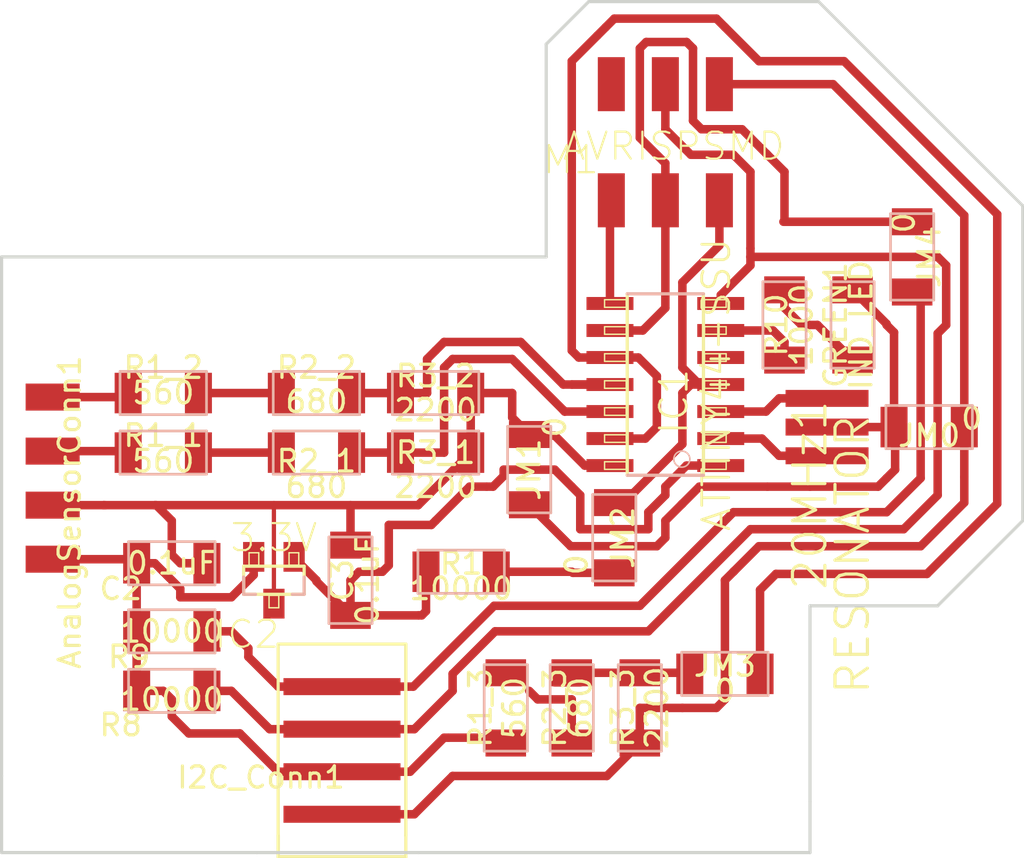
<source format=kicad_pcb>
(kicad_pcb (version 4) (host pcbnew 4.0.7)

  (general
    (links 54)
    (no_connects 5)
    (area 131.524999 81.124999 179.675001 121.675001)
    (thickness 1.6)
    (drawings 16)
    (tracks 264)
    (zones 0)
    (modules 27)
    (nets 23)
  )

  (page A4)
  (layers
    (0 F.Cu signal)
    (31 B.Cu signal)
    (32 B.Adhes user)
    (33 F.Adhes user)
    (34 B.Paste user)
    (35 F.Paste user)
    (36 B.SilkS user)
    (37 F.SilkS user)
    (38 B.Mask user)
    (39 F.Mask user)
    (40 Dwgs.User user)
    (41 Cmts.User user)
    (42 Eco1.User user)
    (43 Eco2.User user)
    (44 Edge.Cuts user)
    (45 Margin user)
    (46 B.CrtYd user)
    (47 F.CrtYd user)
    (48 B.Fab user)
    (49 F.Fab user)
  )

  (setup
    (last_trace_width 0.4)
    (user_trace_width 0.2)
    (user_trace_width 0.4)
    (trace_clearance 0.2)
    (zone_clearance 0.508)
    (zone_45_only no)
    (trace_min 0.2)
    (segment_width 0.2)
    (edge_width 0.15)
    (via_size 0.6)
    (via_drill 0.4)
    (via_min_size 0.3)
    (via_min_drill 0.3)
    (uvia_size 0.3)
    (uvia_drill 0.1)
    (uvias_allowed no)
    (uvia_min_size 0.2)
    (uvia_min_drill 0.1)
    (pcb_text_width 0.3)
    (pcb_text_size 1.5 1.5)
    (mod_edge_width 0.15)
    (mod_text_size 1 1)
    (mod_text_width 0.15)
    (pad_size 1.524 1.524)
    (pad_drill 0.762)
    (pad_to_mask_clearance 0.2)
    (aux_axis_origin 0 0)
    (visible_elements FFFFFF7F)
    (pcbplotparams
      (layerselection 0x00030_80000001)
      (usegerberextensions false)
      (excludeedgelayer true)
      (linewidth 0.100000)
      (plotframeref false)
      (viasonmask false)
      (mode 1)
      (useauxorigin false)
      (hpglpennumber 1)
      (hpglpenspeed 20)
      (hpglpendiameter 15)
      (hpglpenoverlay 2)
      (psnegative false)
      (psa4output false)
      (plotreference true)
      (plotvalue true)
      (plotinvisibletext false)
      (padsonsilk false)
      (subtractmaskfromsilk false)
      (outputformat 1)
      (mirror false)
      (drillshape 1)
      (scaleselection 1)
      (outputdirectory ""))
  )

  (net 0 "")
  (net 1 VBUS)
  (net 2 ADC1_SENS)
  (net 3 ADC2_SENS)
  (net 4 GND)
  (net 5 SCK)
  (net 6 MOSI)
  (net 7 VCC)
  (net 8 XTAL1)
  (net 9 XTAL2)
  (net 10 RST)
  (net 11 "Net-(IC1-Pad5)")
  (net 12 MISO)
  (net 13 ADC1_ATTINY)
  (net 14 ADC2_ATTINY)
  (net 15 "Net-(M1-Pad2)")
  (net 16 "Net-(R1_1-Pad2)")
  (net 17 "Net-(R1_2-Pad2)")
  (net 18 "Net-(GREEN1-Pad1)")
  (net 19 LED_PIN)
  (net 20 VSENS_ATTINY)
  (net 21 "Net-(R1_3-Pad2)")
  (net 22 "Net-(JM2-Pad2)")

  (net_class Default "This is the default net class."
    (clearance 0.2)
    (trace_width 0.4)
    (via_dia 0.6)
    (via_drill 0.4)
    (uvia_dia 0.3)
    (uvia_drill 0.1)
    (add_net ADC1_ATTINY)
    (add_net ADC1_SENS)
    (add_net ADC2_ATTINY)
    (add_net ADC2_SENS)
    (add_net GND)
    (add_net LED_PIN)
    (add_net MISO)
    (add_net MOSI)
    (add_net "Net-(GREEN1-Pad1)")
    (add_net "Net-(IC1-Pad5)")
    (add_net "Net-(JM2-Pad2)")
    (add_net "Net-(M1-Pad2)")
    (add_net "Net-(R1_1-Pad2)")
    (add_net "Net-(R1_2-Pad2)")
    (add_net "Net-(R1_3-Pad2)")
    (add_net RST)
    (add_net SCK)
    (add_net VBUS)
    (add_net VCC)
    (add_net VSENS_ATTINY)
    (add_net XTAL1)
    (add_net XTAL2)
  )

  (net_class SMALL ""
    (clearance 0.2)
    (trace_width 0.2)
    (via_dia 0.6)
    (via_drill 0.4)
    (uvia_dia 0.3)
    (uvia_drill 0.1)
  )

  (module SMD:1X04SMD (layer F.Cu) (tedit 5ACC7415) (tstamp 5ACEC928)
    (at 134 103.6)
    (path /5ACA50C4)
    (fp_text reference AnalogSensorConn1 (at 0.8 1.6 90) (layer F.SilkS)
      (effects (font (size 1 1) (thickness 0.15)))
    )
    (fp_text value Conn_01x04_Female_SMD (at -0.8 3.2 90) (layer F.Fab)
      (effects (font (size 1 1) (thickness 0.15)))
    )
    (pad 1 smd rect (at 0 -3.81) (size 2.54 1.27) (layers F.Cu F.Paste F.Mask)
      (net 3 ADC2_SENS))
    (pad 2 smd rect (at 0 -1.27) (size 2.54 1.27) (layers F.Cu F.Paste F.Mask)
      (net 2 ADC1_SENS))
    (pad 3 smd rect (at 0 1.27) (size 2.54 1.27) (layers F.Cu F.Paste F.Mask)
      (net 4 GND))
    (pad 4 smd rect (at 0 3.81) (size 2.54 1.27) (layers F.Cu F.Paste F.Mask)
      (net 1 VBUS))
  )

  (module FabOscar:fab-SOIC14 (layer F.Cu) (tedit 5ACC7400) (tstamp 5ACEC97F)
    (at 162.8 99.2 90)
    (descr "SMALL OUTLINE PACKAGE")
    (tags "SMALL OUTLINE PACKAGE")
    (path /5ACA3A1D)
    (attr smd)
    (fp_text reference IC1 (at -0.8 0.4 270) (layer F.SilkS)
      (effects (font (size 1.27 1.27) (thickness 0.127)))
    )
    (fp_text value ATTINY44-SSU (at 0 2.4 90) (layer F.SilkS)
      (effects (font (size 1.27 1.27) (thickness 0.127)))
    )
    (fp_line (start -3.9878 -1.8415) (end -3.62966 -1.8415) (layer F.SilkS) (width 0.06604))
    (fp_line (start -3.62966 -1.8415) (end -3.62966 -2.8575) (layer F.SilkS) (width 0.06604))
    (fp_line (start -3.9878 -2.8575) (end -3.62966 -2.8575) (layer F.SilkS) (width 0.06604))
    (fp_line (start -3.9878 -1.8415) (end -3.9878 -2.8575) (layer F.SilkS) (width 0.06604))
    (fp_line (start -2.7178 -1.8415) (end -2.3622 -1.8415) (layer F.SilkS) (width 0.06604))
    (fp_line (start -2.3622 -1.8415) (end -2.3622 -2.8575) (layer F.SilkS) (width 0.06604))
    (fp_line (start -2.7178 -2.8575) (end -2.3622 -2.8575) (layer F.SilkS) (width 0.06604))
    (fp_line (start -2.7178 -1.8415) (end -2.7178 -2.8575) (layer F.SilkS) (width 0.06604))
    (fp_line (start -1.4478 -1.8415) (end -1.08966 -1.8415) (layer F.SilkS) (width 0.06604))
    (fp_line (start -1.08966 -1.8415) (end -1.08966 -2.8575) (layer F.SilkS) (width 0.06604))
    (fp_line (start -1.4478 -2.8575) (end -1.08966 -2.8575) (layer F.SilkS) (width 0.06604))
    (fp_line (start -1.4478 -1.8415) (end -1.4478 -2.8575) (layer F.SilkS) (width 0.06604))
    (fp_line (start -0.1778 -1.8415) (end 0.1778 -1.8415) (layer F.SilkS) (width 0.06604))
    (fp_line (start 0.1778 -1.8415) (end 0.1778 -2.8575) (layer F.SilkS) (width 0.06604))
    (fp_line (start -0.1778 -2.8575) (end 0.1778 -2.8575) (layer F.SilkS) (width 0.06604))
    (fp_line (start -0.1778 -1.8415) (end -0.1778 -2.8575) (layer F.SilkS) (width 0.06604))
    (fp_line (start 1.08966 -1.8415) (end 1.4478 -1.8415) (layer F.SilkS) (width 0.06604))
    (fp_line (start 1.4478 -1.8415) (end 1.4478 -2.8575) (layer F.SilkS) (width 0.06604))
    (fp_line (start 1.08966 -2.8575) (end 1.4478 -2.8575) (layer F.SilkS) (width 0.06604))
    (fp_line (start 1.08966 -1.8415) (end 1.08966 -2.8575) (layer F.SilkS) (width 0.06604))
    (fp_line (start 2.3622 -1.8415) (end 2.7178 -1.8415) (layer F.SilkS) (width 0.06604))
    (fp_line (start 2.7178 -1.8415) (end 2.7178 -2.8575) (layer F.SilkS) (width 0.06604))
    (fp_line (start 2.3622 -2.8575) (end 2.7178 -2.8575) (layer F.SilkS) (width 0.06604))
    (fp_line (start 2.3622 -1.8415) (end 2.3622 -2.8575) (layer F.SilkS) (width 0.06604))
    (fp_line (start 3.62966 -1.8415) (end 3.9878 -1.8415) (layer F.SilkS) (width 0.06604))
    (fp_line (start 3.9878 -1.8415) (end 3.9878 -2.8575) (layer F.SilkS) (width 0.06604))
    (fp_line (start 3.62966 -2.8575) (end 3.9878 -2.8575) (layer F.SilkS) (width 0.06604))
    (fp_line (start 3.62966 -1.8415) (end 3.62966 -2.8575) (layer F.SilkS) (width 0.06604))
    (fp_line (start 3.62966 2.8575) (end 3.9878 2.8575) (layer F.SilkS) (width 0.06604))
    (fp_line (start 3.9878 2.8575) (end 3.9878 1.8415) (layer F.SilkS) (width 0.06604))
    (fp_line (start 3.62966 1.8415) (end 3.9878 1.8415) (layer F.SilkS) (width 0.06604))
    (fp_line (start 3.62966 2.8575) (end 3.62966 1.8415) (layer F.SilkS) (width 0.06604))
    (fp_line (start 2.3622 2.8575) (end 2.7178 2.8575) (layer F.SilkS) (width 0.06604))
    (fp_line (start 2.7178 2.8575) (end 2.7178 1.8415) (layer F.SilkS) (width 0.06604))
    (fp_line (start 2.3622 1.8415) (end 2.7178 1.8415) (layer F.SilkS) (width 0.06604))
    (fp_line (start 2.3622 2.8575) (end 2.3622 1.8415) (layer F.SilkS) (width 0.06604))
    (fp_line (start 1.08966 2.8575) (end 1.4478 2.8575) (layer F.SilkS) (width 0.06604))
    (fp_line (start 1.4478 2.8575) (end 1.4478 1.8415) (layer F.SilkS) (width 0.06604))
    (fp_line (start 1.08966 1.8415) (end 1.4478 1.8415) (layer F.SilkS) (width 0.06604))
    (fp_line (start 1.08966 2.8575) (end 1.08966 1.8415) (layer F.SilkS) (width 0.06604))
    (fp_line (start -0.1778 2.8575) (end 0.1778 2.8575) (layer F.SilkS) (width 0.06604))
    (fp_line (start 0.1778 2.8575) (end 0.1778 1.8415) (layer F.SilkS) (width 0.06604))
    (fp_line (start -0.1778 1.8415) (end 0.1778 1.8415) (layer F.SilkS) (width 0.06604))
    (fp_line (start -0.1778 2.8575) (end -0.1778 1.8415) (layer F.SilkS) (width 0.06604))
    (fp_line (start -1.4478 2.8575) (end -1.08966 2.8575) (layer F.SilkS) (width 0.06604))
    (fp_line (start -1.08966 2.8575) (end -1.08966 1.8415) (layer F.SilkS) (width 0.06604))
    (fp_line (start -1.4478 1.8415) (end -1.08966 1.8415) (layer F.SilkS) (width 0.06604))
    (fp_line (start -1.4478 2.8575) (end -1.4478 1.8415) (layer F.SilkS) (width 0.06604))
    (fp_line (start -2.7178 2.8575) (end -2.3622 2.8575) (layer F.SilkS) (width 0.06604))
    (fp_line (start -2.3622 2.8575) (end -2.3622 1.8415) (layer F.SilkS) (width 0.06604))
    (fp_line (start -2.7178 1.8415) (end -2.3622 1.8415) (layer F.SilkS) (width 0.06604))
    (fp_line (start -2.7178 2.8575) (end -2.7178 1.8415) (layer F.SilkS) (width 0.06604))
    (fp_line (start -3.9878 2.8575) (end -3.62966 2.8575) (layer F.SilkS) (width 0.06604))
    (fp_line (start -3.62966 2.8575) (end -3.62966 1.8415) (layer F.SilkS) (width 0.06604))
    (fp_line (start -3.9878 1.8415) (end -3.62966 1.8415) (layer F.SilkS) (width 0.06604))
    (fp_line (start -3.9878 2.8575) (end -3.9878 1.8415) (layer F.SilkS) (width 0.06604))
    (fp_line (start -4.26466 1.7907) (end 4.26466 1.7907) (layer F.SilkS) (width 0.1524))
    (fp_line (start 4.26466 1.7907) (end 4.26466 -1.7907) (layer B.SilkS) (width 0.1524))
    (fp_line (start 4.26466 -1.7907) (end -4.26466 -1.7907) (layer F.SilkS) (width 0.1524))
    (fp_line (start -4.26466 -1.7907) (end -4.26466 1.7907) (layer B.SilkS) (width 0.1524))
    (fp_circle (center -3.5052 0.7747) (end -3.7719 1.0414) (layer B.SilkS) (width 0.0762))
    (pad 1 smd rect (at -3.81 2.6035 90) (size 0.6096 2.20726) (layers F.Cu F.Paste F.Mask)
      (net 7 VCC))
    (pad 2 smd rect (at -2.54 2.6035 90) (size 0.6096 2.20726) (layers F.Cu F.Paste F.Mask)
      (net 8 XTAL1))
    (pad 3 smd rect (at -1.27 2.6035 90) (size 0.6096 2.20726) (layers F.Cu F.Paste F.Mask)
      (net 9 XTAL2))
    (pad 4 smd rect (at 0 2.6035 90) (size 0.6096 2.20726) (layers F.Cu F.Paste F.Mask)
      (net 10 RST))
    (pad 5 smd rect (at 1.27 2.6035 90) (size 0.6096 2.20726) (layers F.Cu F.Paste F.Mask)
      (net 11 "Net-(IC1-Pad5)"))
    (pad 6 smd rect (at 2.54 2.6035 90) (size 0.6096 2.20726) (layers F.Cu F.Paste F.Mask)
      (net 19 LED_PIN))
    (pad 7 smd rect (at 3.81 2.6035 90) (size 0.6096 2.20726) (layers F.Cu F.Paste F.Mask)
      (net 6 MOSI))
    (pad 8 smd rect (at 3.81 -2.6035 90) (size 0.6096 2.20726) (layers F.Cu F.Paste F.Mask)
      (net 12 MISO))
    (pad 9 smd rect (at 2.54 -2.6035 90) (size 0.6096 2.20726) (layers F.Cu F.Paste F.Mask)
      (net 5 SCK))
    (pad 10 smd rect (at 1.27 -2.6035 90) (size 0.6096 2.20726) (layers F.Cu F.Paste F.Mask)
      (net 20 VSENS_ATTINY))
    (pad 11 smd rect (at 0 -2.6035 90) (size 0.6096 2.20726) (layers F.Cu F.Paste F.Mask)
      (net 14 ADC2_ATTINY))
    (pad 12 smd rect (at -1.27 -2.6035 90) (size 0.6096 2.20726) (layers F.Cu F.Paste F.Mask)
      (net 13 ADC1_ATTINY))
    (pad 13 smd rect (at -2.54 -2.6035 90) (size 0.6096 2.20726) (layers F.Cu F.Paste F.Mask)
      (net 20 VSENS_ATTINY))
    (pad 14 smd rect (at -3.81 -2.6035 90) (size 0.6096 2.20726) (layers F.Cu F.Paste F.Mask)
      (net 4 GND))
  )

  (module FabOscar:fab-EFOBM (layer F.Cu) (tedit 5ACC73DE) (tstamp 5ACF6EB4)
    (at 170.4 101.2 90)
    (path /5ACA3B4C)
    (attr smd)
    (fp_text reference 20MHz1 (at -3.2 -0.8 90) (layer F.SilkS)
      (effects (font (thickness 0.15)))
    )
    (fp_text value RESONATOR (at -6 1.2 90) (layer F.SilkS)
      (effects (font (thickness 0.15)))
    )
    (pad 1 smd rect (at -1.34874 0 180) (size 3.8989 0.79756) (layers F.Cu F.Paste F.Mask)
      (net 8 XTAL1))
    (pad 2 smd rect (at 0 0) (size 3.8989 0.79756) (layers F.Cu F.Paste F.Mask)
      (net 4 GND))
    (pad 3 smd rect (at 1.34874 0) (size 3.8989 0.79756) (layers F.Cu F.Paste F.Mask)
      (net 9 XTAL2))
  )

  (module FabOscar:fab-C1206FAB (layer F.Cu) (tedit 5ACC7371) (tstamp 5ACF6EBE)
    (at 139.6 107.6 180)
    (path /5ACA91D1)
    (attr smd)
    (fp_text reference C2 (at 2.4 -1.2 180) (layer F.SilkS)
      (effects (font (size 1.016 1.016) (thickness 0.1524)))
    )
    (fp_text value 0.1uF (at 0 0 180) (layer F.SilkS)
      (effects (font (size 1.016 1.016) (thickness 0.1524)))
    )
    (fp_line (start -2.032 -1.016) (end 2.032 -1.016) (layer B.SilkS) (width 0.127))
    (fp_line (start 2.032 -1.016) (end 2.032 1.016) (layer B.SilkS) (width 0.127))
    (fp_line (start 2.032 1.016) (end -2.032 1.016) (layer B.SilkS) (width 0.127))
    (fp_line (start -2.032 1.016) (end -2.032 -1.016) (layer B.SilkS) (width 0.127))
    (pad 1 smd rect (at -1.651 0 180) (size 1.27 1.905) (layers F.Cu F.Paste F.Mask)
      (net 4 GND))
    (pad 2 smd rect (at 1.651 0 180) (size 1.27 1.905) (layers F.Cu F.Paste F.Mask)
      (net 1 VBUS))
  )

  (module FabOscar:fab-C1206FAB (layer F.Cu) (tedit 5ACC73BD) (tstamp 5ACF6EC8)
    (at 148 108.4 270)
    (path /5ACA9261)
    (attr smd)
    (fp_text reference C3 (at 0 0.4 270) (layer F.SilkS)
      (effects (font (size 1.016 1.016) (thickness 0.1524)))
    )
    (fp_text value 0.1uF (at 0 -0.8 270) (layer F.SilkS)
      (effects (font (size 1.016 1.016) (thickness 0.1524)))
    )
    (fp_line (start -2.032 -1.016) (end 2.032 -1.016) (layer B.SilkS) (width 0.127))
    (fp_line (start 2.032 -1.016) (end 2.032 1.016) (layer B.SilkS) (width 0.127))
    (fp_line (start 2.032 1.016) (end -2.032 1.016) (layer B.SilkS) (width 0.127))
    (fp_line (start -2.032 1.016) (end -2.032 -1.016) (layer B.SilkS) (width 0.127))
    (pad 1 smd rect (at -1.651 0 270) (size 1.27 1.905) (layers F.Cu F.Paste F.Mask)
      (net 4 GND))
    (pad 2 smd rect (at 1.651 0 270) (size 1.27 1.905) (layers F.Cu F.Paste F.Mask)
      (net 7 VCC))
  )

  (module FabOscar:fab-SOT23 (layer F.Cu) (tedit 5ACC7377) (tstamp 5ACF6EE3)
    (at 144.4 108.4 180)
    (descr "SOT 23")
    (tags "SOT 23")
    (path /5ACA90E9)
    (attr smd)
    (fp_text reference IC2 (at 1.27 -2.54 180) (layer F.SilkS)
      (effects (font (size 1.27 1.27) (thickness 0.1016)))
    )
    (fp_text value 3.3V (at 0 2 180) (layer F.SilkS)
      (effects (font (size 1.27 1.27) (thickness 0.1016)))
    )
    (fp_line (start -0.2286 -0.7112) (end 0.2286 -0.7112) (layer F.SilkS) (width 0.06604))
    (fp_line (start 0.2286 -0.7112) (end 0.2286 -1.29286) (layer F.SilkS) (width 0.06604))
    (fp_line (start -0.2286 -1.29286) (end 0.2286 -1.29286) (layer F.SilkS) (width 0.06604))
    (fp_line (start -0.2286 -0.7112) (end -0.2286 -1.29286) (layer F.SilkS) (width 0.06604))
    (fp_line (start 0.7112 1.29286) (end 1.1684 1.29286) (layer F.SilkS) (width 0.06604))
    (fp_line (start 1.1684 1.29286) (end 1.1684 0.7112) (layer F.SilkS) (width 0.06604))
    (fp_line (start 0.7112 0.7112) (end 1.1684 0.7112) (layer F.SilkS) (width 0.06604))
    (fp_line (start 0.7112 1.29286) (end 0.7112 0.7112) (layer F.SilkS) (width 0.06604))
    (fp_line (start -1.1684 1.29286) (end -0.7112 1.29286) (layer F.SilkS) (width 0.06604))
    (fp_line (start -0.7112 1.29286) (end -0.7112 0.7112) (layer F.SilkS) (width 0.06604))
    (fp_line (start -1.1684 0.7112) (end -0.7112 0.7112) (layer F.SilkS) (width 0.06604))
    (fp_line (start -1.1684 1.29286) (end -1.1684 0.7112) (layer F.SilkS) (width 0.06604))
    (fp_line (start 1.4224 -0.6604) (end 1.4224 0.6604) (layer F.SilkS) (width 0.1524))
    (fp_line (start 1.4224 0.6604) (end -1.4224 0.6604) (layer F.SilkS) (width 0.1524))
    (fp_line (start -1.4224 0.6604) (end -1.4224 -0.6604) (layer F.SilkS) (width 0.1524))
    (fp_line (start -1.4224 -0.6604) (end 1.4224 -0.6604) (layer F.SilkS) (width 0.1524))
    (fp_line (start -1.4224 0.1524) (end -1.4224 -0.6604) (layer B.SilkS) (width 0.1524))
    (fp_line (start -1.4224 -0.6604) (end -0.8636 -0.6604) (layer B.SilkS) (width 0.1524))
    (fp_line (start 1.4224 -0.6604) (end 1.4224 0.1524) (layer B.SilkS) (width 0.1524))
    (fp_line (start 0.8636 -0.6604) (end 1.4224 -0.6604) (layer B.SilkS) (width 0.1524))
    (pad 1 smd rect (at -0.94996 1.09982 180) (size 0.99822 1.39954) (layers F.Cu F.Paste F.Mask)
      (net 7 VCC))
    (pad 2 smd rect (at 0.94996 1.09982 180) (size 0.99822 1.39954) (layers F.Cu F.Paste F.Mask)
      (net 1 VBUS))
    (pad 3 smd rect (at 0 -1.09982 180) (size 0.99822 1.39954) (layers F.Cu F.Paste F.Mask)
      (net 4 GND))
  )

  (module FabOscar:fab-2X03SMD (layer F.Cu) (tedit 5ACC73FA) (tstamp 5ACF6EED)
    (at 162.8 88 90)
    (path /5ACA3A4F)
    (attr smd)
    (fp_text reference M1 (at -0.635 -4.445 180) (layer F.SilkS)
      (effects (font (size 1.27 1.27) (thickness 0.1016)))
    )
    (fp_text value AVRISPSMD (at 0 0.4 180) (layer F.SilkS)
      (effects (font (size 1.27 1.27) (thickness 0.1016)))
    )
    (pad 1 smd rect (at -2.54 -2.54 90) (size 2.54 1.27) (layers F.Cu F.Paste F.Mask)
      (net 12 MISO))
    (pad 2 smd rect (at 2.91846 -2.54 90) (size 2.54 1.27) (layers F.Cu F.Paste F.Mask)
      (net 15 "Net-(M1-Pad2)"))
    (pad 3 smd rect (at -2.54 0 90) (size 2.54 1.27) (layers F.Cu F.Paste F.Mask)
      (net 5 SCK))
    (pad 4 smd rect (at 2.91846 0 90) (size 2.54 1.27) (layers F.Cu F.Paste F.Mask)
      (net 6 MOSI))
    (pad 5 smd rect (at -2.54 2.54 90) (size 2.54 1.27) (layers F.Cu F.Paste F.Mask)
      (net 10 RST))
    (pad 6 smd rect (at 2.91846 2.54 90) (size 2.54 1.27) (layers F.Cu F.Paste F.Mask)
      (net 4 GND))
  )

  (module FabOscar:fab-R1206FAB (layer F.Cu) (tedit 5ACC73BB) (tstamp 5ACF6EF7)
    (at 153.2 108)
    (path /5ACA491D)
    (attr smd)
    (fp_text reference R1 (at 0 -0.4) (layer F.SilkS)
      (effects (font (size 1.016 1.016) (thickness 0.1524)))
    )
    (fp_text value 10000 (at 0 0.8 180) (layer F.SilkS)
      (effects (font (size 1.016 1.016) (thickness 0.1524)))
    )
    (fp_line (start -2.032 -1.016) (end 2.032 -1.016) (layer B.SilkS) (width 0.127))
    (fp_line (start 2.032 -1.016) (end 2.032 1.016) (layer B.SilkS) (width 0.127))
    (fp_line (start 2.032 1.016) (end -2.032 1.016) (layer B.SilkS) (width 0.127))
    (fp_line (start -2.032 1.016) (end -2.032 -1.016) (layer B.SilkS) (width 0.127))
    (pad 1 smd rect (at -1.651 0) (size 1.27 1.905) (layers F.Cu F.Paste F.Mask)
      (net 7 VCC))
    (pad 2 smd rect (at 1.651 0) (size 1.27 1.905) (layers F.Cu F.Paste F.Mask)
      (net 22 "Net-(JM2-Pad2)"))
  )

  (module FabOscar:fab-R1206FAB (layer F.Cu) (tedit 5ACC7380) (tstamp 5ACF6F01)
    (at 139.2 102.4)
    (path /5ACBD1ED)
    (attr smd)
    (fp_text reference R1_1 (at 0 -0.8) (layer F.SilkS)
      (effects (font (size 1.016 1.016) (thickness 0.1524)))
    )
    (fp_text value 560 (at 0 0.4) (layer F.SilkS)
      (effects (font (size 1.016 1.016) (thickness 0.1524)))
    )
    (fp_line (start -2.032 -1.016) (end 2.032 -1.016) (layer B.SilkS) (width 0.127))
    (fp_line (start 2.032 -1.016) (end 2.032 1.016) (layer B.SilkS) (width 0.127))
    (fp_line (start 2.032 1.016) (end -2.032 1.016) (layer B.SilkS) (width 0.127))
    (fp_line (start -2.032 1.016) (end -2.032 -1.016) (layer B.SilkS) (width 0.127))
    (pad 1 smd rect (at -1.651 0) (size 1.27 1.905) (layers F.Cu F.Paste F.Mask)
      (net 2 ADC1_SENS))
    (pad 2 smd rect (at 1.651 0) (size 1.27 1.905) (layers F.Cu F.Paste F.Mask)
      (net 16 "Net-(R1_1-Pad2)"))
  )

  (module FabOscar:fab-R1206FAB (layer F.Cu) (tedit 5ACC7382) (tstamp 5ACF6F0B)
    (at 139.2 99.6)
    (path /5ACC3ADC)
    (attr smd)
    (fp_text reference R1_2 (at 0 -1.2) (layer F.SilkS)
      (effects (font (size 1.016 1.016) (thickness 0.1524)))
    )
    (fp_text value 560 (at 0 0) (layer F.SilkS)
      (effects (font (size 1.016 1.016) (thickness 0.1524)))
    )
    (fp_line (start -2.032 -1.016) (end 2.032 -1.016) (layer B.SilkS) (width 0.127))
    (fp_line (start 2.032 -1.016) (end 2.032 1.016) (layer B.SilkS) (width 0.127))
    (fp_line (start 2.032 1.016) (end -2.032 1.016) (layer B.SilkS) (width 0.127))
    (fp_line (start -2.032 1.016) (end -2.032 -1.016) (layer B.SilkS) (width 0.127))
    (pad 1 smd rect (at -1.651 0) (size 1.27 1.905) (layers F.Cu F.Paste F.Mask)
      (net 3 ADC2_SENS))
    (pad 2 smd rect (at 1.651 0) (size 1.27 1.905) (layers F.Cu F.Paste F.Mask)
      (net 17 "Net-(R1_2-Pad2)"))
  )

  (module FabOscar:fab-R1206FAB (layer F.Cu) (tedit 5ACC7390) (tstamp 5ACF6F15)
    (at 146.4 102.4)
    (path /5ACBA653)
    (attr smd)
    (fp_text reference R2_1 (at 0 0.4) (layer F.SilkS)
      (effects (font (size 1.016 1.016) (thickness 0.1524)))
    )
    (fp_text value 680 (at 0 1.6) (layer F.SilkS)
      (effects (font (size 1.016 1.016) (thickness 0.1524)))
    )
    (fp_line (start -2.032 -1.016) (end 2.032 -1.016) (layer B.SilkS) (width 0.127))
    (fp_line (start 2.032 -1.016) (end 2.032 1.016) (layer B.SilkS) (width 0.127))
    (fp_line (start 2.032 1.016) (end -2.032 1.016) (layer B.SilkS) (width 0.127))
    (fp_line (start -2.032 1.016) (end -2.032 -1.016) (layer B.SilkS) (width 0.127))
    (pad 1 smd rect (at -1.651 0) (size 1.27 1.905) (layers F.Cu F.Paste F.Mask)
      (net 16 "Net-(R1_1-Pad2)"))
    (pad 2 smd rect (at 1.651 0) (size 1.27 1.905) (layers F.Cu F.Paste F.Mask)
      (net 13 ADC1_ATTINY))
  )

  (module FabOscar:fab-R1206FAB (layer F.Cu) (tedit 5ACC7395) (tstamp 5ACF6F1F)
    (at 146.4 99.6 180)
    (path /5ACBAE81)
    (attr smd)
    (fp_text reference R2_2 (at 0 1.2 180) (layer F.SilkS)
      (effects (font (size 1.016 1.016) (thickness 0.1524)))
    )
    (fp_text value 680 (at 0 -0.4 180) (layer F.SilkS)
      (effects (font (size 1.016 1.016) (thickness 0.1524)))
    )
    (fp_line (start -2.032 -1.016) (end 2.032 -1.016) (layer B.SilkS) (width 0.127))
    (fp_line (start 2.032 -1.016) (end 2.032 1.016) (layer B.SilkS) (width 0.127))
    (fp_line (start 2.032 1.016) (end -2.032 1.016) (layer B.SilkS) (width 0.127))
    (fp_line (start -2.032 1.016) (end -2.032 -1.016) (layer B.SilkS) (width 0.127))
    (pad 1 smd rect (at -1.651 0 180) (size 1.27 1.905) (layers F.Cu F.Paste F.Mask)
      (net 14 ADC2_ATTINY))
    (pad 2 smd rect (at 1.651 0 180) (size 1.27 1.905) (layers F.Cu F.Paste F.Mask)
      (net 17 "Net-(R1_2-Pad2)"))
  )

  (module FabOscar:fab-R1206FAB (layer F.Cu) (tedit 5ACC73A9) (tstamp 5ACF6F33)
    (at 152 102.4)
    (path /5ACBA5CE)
    (attr smd)
    (fp_text reference R3_1 (at 0 0) (layer F.SilkS)
      (effects (font (size 1.016 1.016) (thickness 0.1524)))
    )
    (fp_text value 2200 (at 0 1.6) (layer F.SilkS)
      (effects (font (size 1.016 1.016) (thickness 0.1524)))
    )
    (fp_line (start -2.032 -1.016) (end 2.032 -1.016) (layer B.SilkS) (width 0.127))
    (fp_line (start 2.032 -1.016) (end 2.032 1.016) (layer B.SilkS) (width 0.127))
    (fp_line (start 2.032 1.016) (end -2.032 1.016) (layer B.SilkS) (width 0.127))
    (fp_line (start -2.032 1.016) (end -2.032 -1.016) (layer B.SilkS) (width 0.127))
    (pad 1 smd rect (at -1.651 0) (size 1.27 1.905) (layers F.Cu F.Paste F.Mask)
      (net 13 ADC1_ATTINY))
    (pad 2 smd rect (at 1.651 0) (size 1.27 1.905) (layers F.Cu F.Paste F.Mask)
      (net 4 GND))
  )

  (module FabOscar:fab-R1206FAB (layer F.Cu) (tedit 5ACC73A4) (tstamp 5ACF6F3D)
    (at 152 99.6 180)
    (path /5ACBAE7B)
    (attr smd)
    (fp_text reference R3_2 (at 0 0.8 180) (layer F.SilkS)
      (effects (font (size 1.016 1.016) (thickness 0.1524)))
    )
    (fp_text value 2200 (at 0 -0.8 180) (layer F.SilkS)
      (effects (font (size 1.016 1.016) (thickness 0.1524)))
    )
    (fp_line (start -2.032 -1.016) (end 2.032 -1.016) (layer B.SilkS) (width 0.127))
    (fp_line (start 2.032 -1.016) (end 2.032 1.016) (layer B.SilkS) (width 0.127))
    (fp_line (start 2.032 1.016) (end -2.032 1.016) (layer B.SilkS) (width 0.127))
    (fp_line (start -2.032 1.016) (end -2.032 -1.016) (layer B.SilkS) (width 0.127))
    (pad 1 smd rect (at -1.651 0 180) (size 1.27 1.905) (layers F.Cu F.Paste F.Mask)
      (net 4 GND))
    (pad 2 smd rect (at 1.651 0 180) (size 1.27 1.905) (layers F.Cu F.Paste F.Mask)
      (net 14 ADC2_ATTINY))
  )

  (module FabOscar:fab-R1206FAB (layer F.Cu) (tedit 5ACC7370) (tstamp 5ACF6F79)
    (at 139.6 113.6 180)
    (path /5ACAD4FF)
    (attr smd)
    (fp_text reference R8 (at 2.4 -1.6 180) (layer F.SilkS)
      (effects (font (size 1.016 1.016) (thickness 0.1524)))
    )
    (fp_text value 10000 (at 0 -0.4 180) (layer F.SilkS)
      (effects (font (size 1.016 1.016) (thickness 0.1524)))
    )
    (fp_line (start -2.032 -1.016) (end 2.032 -1.016) (layer B.SilkS) (width 0.127))
    (fp_line (start 2.032 -1.016) (end 2.032 1.016) (layer B.SilkS) (width 0.127))
    (fp_line (start 2.032 1.016) (end -2.032 1.016) (layer B.SilkS) (width 0.127))
    (fp_line (start -2.032 1.016) (end -2.032 -1.016) (layer B.SilkS) (width 0.127))
    (pad 1 smd rect (at -1.651 0 180) (size 1.27 1.905) (layers F.Cu F.Paste F.Mask)
      (net 6 MOSI))
    (pad 2 smd rect (at 1.651 0 180) (size 1.27 1.905) (layers F.Cu F.Paste F.Mask)
      (net 1 VBUS))
  )

  (module FabOscar:fab-R1206FAB (layer F.Cu) (tedit 5ACC736E) (tstamp 5ACF6F83)
    (at 139.6 110.8 180)
    (path /5ACAD722)
    (attr smd)
    (fp_text reference R9 (at 2 -1.2 180) (layer F.SilkS)
      (effects (font (size 1.016 1.016) (thickness 0.1524)))
    )
    (fp_text value 10000 (at 0 0 180) (layer F.SilkS)
      (effects (font (size 1.016 1.016) (thickness 0.1524)))
    )
    (fp_line (start -2.032 -1.016) (end 2.032 -1.016) (layer B.SilkS) (width 0.127))
    (fp_line (start 2.032 -1.016) (end 2.032 1.016) (layer B.SilkS) (width 0.127))
    (fp_line (start 2.032 1.016) (end -2.032 1.016) (layer B.SilkS) (width 0.127))
    (fp_line (start -2.032 1.016) (end -2.032 -1.016) (layer B.SilkS) (width 0.127))
    (pad 1 smd rect (at -1.651 0 180) (size 1.27 1.905) (layers F.Cu F.Paste F.Mask)
      (net 5 SCK))
    (pad 2 smd rect (at 1.651 0 180) (size 1.27 1.905) (layers F.Cu F.Paste F.Mask)
      (net 1 VBUS))
  )

  (module FabOscar:fab-LED1206FAB (layer F.Cu) (tedit 5ACC73F2) (tstamp 5ACF7042)
    (at 171.6 96.4 90)
    (descr "LED1206 FAB STYLE (SMALLER PADS TO ALLOW TRACE BETWEEN)")
    (tags "LED1206 FAB STYLE (SMALLER PADS TO ALLOW TRACE BETWEEN)")
    (path /5ACC6054)
    (attr smd)
    (fp_text reference GREEN1 (at 0 -0.8 90) (layer F.SilkS)
      (effects (font (size 1.016 1.016) (thickness 0.1524)))
    )
    (fp_text value IND_LED (at 0 0.4 90) (layer F.SilkS)
      (effects (font (size 1.016 1.016) (thickness 0.1524)))
    )
    (fp_line (start -2.032 -1.016) (end 2.032 -1.016) (layer B.SilkS) (width 0.127))
    (fp_line (start 2.032 -1.016) (end 2.032 1.016) (layer B.SilkS) (width 0.127))
    (fp_line (start 2.032 1.016) (end -2.032 1.016) (layer B.SilkS) (width 0.127))
    (fp_line (start -2.032 1.016) (end -2.032 -1.016) (layer B.SilkS) (width 0.127))
    (pad 1 smd rect (at -1.651 0 90) (size 1.27 1.905) (layers F.Cu F.Paste F.Mask)
      (net 18 "Net-(GREEN1-Pad1)"))
    (pad 2 smd rect (at 1.651 0 90) (size 1.27 1.905) (layers F.Cu F.Paste F.Mask)
      (net 4 GND))
  )

  (module FabOscar:fab-R1206FAB (layer F.Cu) (tedit 5ACC73C3) (tstamp 5ACF704C)
    (at 155.3 114.4 90)
    (path /5ACC45BF)
    (attr smd)
    (fp_text reference R1_3 (at 0 -1.2 90) (layer F.SilkS)
      (effects (font (size 1.016 1.016) (thickness 0.1524)))
    )
    (fp_text value 560 (at 0 0.4 90) (layer F.SilkS)
      (effects (font (size 1.016 1.016) (thickness 0.1524)))
    )
    (fp_line (start -2.032 -1.016) (end 2.032 -1.016) (layer B.SilkS) (width 0.127))
    (fp_line (start 2.032 -1.016) (end 2.032 1.016) (layer B.SilkS) (width 0.127))
    (fp_line (start 2.032 1.016) (end -2.032 1.016) (layer B.SilkS) (width 0.127))
    (fp_line (start -2.032 1.016) (end -2.032 -1.016) (layer B.SilkS) (width 0.127))
    (pad 1 smd rect (at -1.651 0 90) (size 1.27 1.905) (layers F.Cu F.Paste F.Mask)
      (net 1 VBUS))
    (pad 2 smd rect (at 1.651 0 90) (size 1.27 1.905) (layers F.Cu F.Paste F.Mask)
      (net 21 "Net-(R1_3-Pad2)"))
  )

  (module FabOscar:fab-R1206FAB (layer F.Cu) (tedit 5ACC73CA) (tstamp 5ACF7056)
    (at 158.4 114.4 270)
    (path /5ACC45B2)
    (attr smd)
    (fp_text reference R2_3 (at 0 0.8 270) (layer F.SilkS)
      (effects (font (size 1.016 1.016) (thickness 0.1524)))
    )
    (fp_text value 680 (at 0 -0.4 270) (layer F.SilkS)
      (effects (font (size 1.016 1.016) (thickness 0.1524)))
    )
    (fp_line (start -2.032 -1.016) (end 2.032 -1.016) (layer B.SilkS) (width 0.127))
    (fp_line (start 2.032 -1.016) (end 2.032 1.016) (layer B.SilkS) (width 0.127))
    (fp_line (start 2.032 1.016) (end -2.032 1.016) (layer B.SilkS) (width 0.127))
    (fp_line (start -2.032 1.016) (end -2.032 -1.016) (layer B.SilkS) (width 0.127))
    (pad 1 smd rect (at -1.651 0 270) (size 1.27 1.905) (layers F.Cu F.Paste F.Mask)
      (net 20 VSENS_ATTINY))
    (pad 2 smd rect (at 1.651 0 270) (size 1.27 1.905) (layers F.Cu F.Paste F.Mask)
      (net 21 "Net-(R1_3-Pad2)"))
  )

  (module FabOscar:fab-R1206FAB (layer F.Cu) (tedit 5ACC73CD) (tstamp 5ACF7060)
    (at 161.6 114.4 90)
    (path /5ACC45AC)
    (attr smd)
    (fp_text reference R3_3 (at 0 -0.8 90) (layer F.SilkS)
      (effects (font (size 1.016 1.016) (thickness 0.1524)))
    )
    (fp_text value 2200 (at 0 0.8 90) (layer F.SilkS)
      (effects (font (size 1.016 1.016) (thickness 0.1524)))
    )
    (fp_line (start -2.032 -1.016) (end 2.032 -1.016) (layer B.SilkS) (width 0.127))
    (fp_line (start 2.032 -1.016) (end 2.032 1.016) (layer B.SilkS) (width 0.127))
    (fp_line (start 2.032 1.016) (end -2.032 1.016) (layer B.SilkS) (width 0.127))
    (fp_line (start -2.032 1.016) (end -2.032 -1.016) (layer B.SilkS) (width 0.127))
    (pad 1 smd rect (at -1.651 0 90) (size 1.27 1.905) (layers F.Cu F.Paste F.Mask)
      (net 4 GND))
    (pad 2 smd rect (at 1.651 0 90) (size 1.27 1.905) (layers F.Cu F.Paste F.Mask)
      (net 20 VSENS_ATTINY))
  )

  (module FabOscar:fab-R1206FAB (layer F.Cu) (tedit 5ACC73F5) (tstamp 5ACF706A)
    (at 168.4 96.4 90)
    (path /5ACC605A)
    (attr smd)
    (fp_text reference R10 (at 0 -0.4 90) (layer F.SilkS)
      (effects (font (size 1.016 1.016) (thickness 0.1524)))
    )
    (fp_text value 1000 (at 0 0.8 90) (layer F.SilkS)
      (effects (font (size 1.016 1.016) (thickness 0.1524)))
    )
    (fp_line (start -2.032 -1.016) (end 2.032 -1.016) (layer B.SilkS) (width 0.127))
    (fp_line (start 2.032 -1.016) (end 2.032 1.016) (layer B.SilkS) (width 0.127))
    (fp_line (start 2.032 1.016) (end -2.032 1.016) (layer B.SilkS) (width 0.127))
    (fp_line (start -2.032 1.016) (end -2.032 -1.016) (layer B.SilkS) (width 0.127))
    (pad 1 smd rect (at -1.651 0 90) (size 1.27 1.905) (layers F.Cu F.Paste F.Mask)
      (net 19 LED_PIN))
    (pad 2 smd rect (at 1.651 0 90) (size 1.27 1.905) (layers F.Cu F.Paste F.Mask)
      (net 18 "Net-(GREEN1-Pad1)"))
  )

  (module FabOscar:fab-R1206FAB (layer F.Cu) (tedit 5ACC73E4) (tstamp 5ACF817F)
    (at 175.2 101.2 180)
    (path /5ACCA2A4)
    (attr smd)
    (fp_text reference JM0 (at 0 -0.4 180) (layer F.SilkS)
      (effects (font (size 1.016 1.016) (thickness 0.1524)))
    )
    (fp_text value 0 (at -2 0.4 180) (layer F.SilkS)
      (effects (font (size 1.016 1.016) (thickness 0.1524)))
    )
    (fp_line (start -2.032 -1.016) (end 2.032 -1.016) (layer B.SilkS) (width 0.127))
    (fp_line (start 2.032 -1.016) (end 2.032 1.016) (layer B.SilkS) (width 0.127))
    (fp_line (start 2.032 1.016) (end -2.032 1.016) (layer B.SilkS) (width 0.127))
    (fp_line (start -2.032 1.016) (end -2.032 -1.016) (layer B.SilkS) (width 0.127))
    (pad 1 smd rect (at -1.651 0 180) (size 1.27 1.905) (layers F.Cu F.Paste F.Mask)
      (net 4 GND))
    (pad 2 smd rect (at 1.651 0 180) (size 1.27 1.905) (layers F.Cu F.Paste F.Mask)
      (net 4 GND))
  )

  (module FabOscar:fab-R1206FAB (layer F.Cu) (tedit 5ACC73AE) (tstamp 5ACF8189)
    (at 156.4 103.2 90)
    (path /5ACC8FAC)
    (attr smd)
    (fp_text reference JM1 (at 0 0 90) (layer F.SilkS)
      (effects (font (size 1.016 1.016) (thickness 0.1524)))
    )
    (fp_text value 0 (at 2 1.2 90) (layer F.SilkS)
      (effects (font (size 1.016 1.016) (thickness 0.1524)))
    )
    (fp_line (start -2.032 -1.016) (end 2.032 -1.016) (layer B.SilkS) (width 0.127))
    (fp_line (start 2.032 -1.016) (end 2.032 1.016) (layer B.SilkS) (width 0.127))
    (fp_line (start 2.032 1.016) (end -2.032 1.016) (layer B.SilkS) (width 0.127))
    (fp_line (start -2.032 1.016) (end -2.032 -1.016) (layer B.SilkS) (width 0.127))
    (pad 1 smd rect (at -1.651 0 90) (size 1.27 1.905) (layers F.Cu F.Paste F.Mask)
      (net 4 GND))
    (pad 2 smd rect (at 1.651 0 90) (size 1.27 1.905) (layers F.Cu F.Paste F.Mask)
      (net 4 GND))
  )

  (module FabOscar:fab-R1206FAB (layer F.Cu) (tedit 5ACC73B0) (tstamp 5ACF83F2)
    (at 160.4 106.4 270)
    (path /5ACC9085)
    (attr smd)
    (fp_text reference JM2 (at 0 -0.4 270) (layer F.SilkS)
      (effects (font (size 1.016 1.016) (thickness 0.1524)))
    )
    (fp_text value 0 (at 1.27 1.778 270) (layer F.SilkS)
      (effects (font (size 1.016 1.016) (thickness 0.1524)))
    )
    (fp_line (start -2.032 -1.016) (end 2.032 -1.016) (layer B.SilkS) (width 0.127))
    (fp_line (start 2.032 -1.016) (end 2.032 1.016) (layer B.SilkS) (width 0.127))
    (fp_line (start 2.032 1.016) (end -2.032 1.016) (layer B.SilkS) (width 0.127))
    (fp_line (start -2.032 1.016) (end -2.032 -1.016) (layer B.SilkS) (width 0.127))
    (pad 1 smd rect (at -1.651 0 270) (size 1.27 1.905) (layers F.Cu F.Paste F.Mask)
      (net 10 RST))
    (pad 2 smd rect (at 1.651 0 270) (size 1.27 1.905) (layers F.Cu F.Paste F.Mask)
      (net 22 "Net-(JM2-Pad2)"))
  )

  (module FabOscar:fab-R1206FAB (layer F.Cu) (tedit 5ACC73EF) (tstamp 5ACF852A)
    (at 174.4 93.2 270)
    (path /5ACCA63A)
    (attr smd)
    (fp_text reference JM4 (at 0 -0.8 270) (layer F.SilkS)
      (effects (font (size 1.016 1.016) (thickness 0.1524)))
    )
    (fp_text value 0 (at -1.6 0.4 270) (layer F.SilkS)
      (effects (font (size 1.016 1.016) (thickness 0.1524)))
    )
    (fp_line (start -2.032 -1.016) (end 2.032 -1.016) (layer B.SilkS) (width 0.127))
    (fp_line (start 2.032 -1.016) (end 2.032 1.016) (layer B.SilkS) (width 0.127))
    (fp_line (start 2.032 1.016) (end -2.032 1.016) (layer B.SilkS) (width 0.127))
    (fp_line (start -2.032 1.016) (end -2.032 -1.016) (layer B.SilkS) (width 0.127))
    (pad 1 smd rect (at -1.651 0 270) (size 1.27 1.905) (layers F.Cu F.Paste F.Mask)
      (net 5 SCK))
    (pad 2 smd rect (at 1.651 0 270) (size 1.27 1.905) (layers F.Cu F.Paste F.Mask)
      (net 5 SCK))
  )

  (module FabOscar:fab-R1206FAB (layer F.Cu) (tedit 5ACC73D0) (tstamp 5ACF874A)
    (at 165.6 112.8)
    (path /5ACCAA9D)
    (attr smd)
    (fp_text reference JM3 (at 0 -0.4) (layer F.SilkS)
      (effects (font (size 1.016 1.016) (thickness 0.1524)))
    )
    (fp_text value 0 (at 0 0.8) (layer F.SilkS)
      (effects (font (size 1.016 1.016) (thickness 0.1524)))
    )
    (fp_line (start -2.032 -1.016) (end 2.032 -1.016) (layer B.SilkS) (width 0.127))
    (fp_line (start 2.032 -1.016) (end 2.032 1.016) (layer B.SilkS) (width 0.127))
    (fp_line (start 2.032 1.016) (end -2.032 1.016) (layer B.SilkS) (width 0.127))
    (fp_line (start -2.032 1.016) (end -2.032 -1.016) (layer B.SilkS) (width 0.127))
    (pad 1 smd rect (at -1.651 0) (size 1.27 1.905) (layers F.Cu F.Paste F.Mask)
      (net 20 VSENS_ATTINY))
    (pad 2 smd rect (at 1.651 0) (size 1.27 1.905) (layers F.Cu F.Paste F.Mask)
      (net 20 VSENS_ATTINY))
  )

  (module FabOscar:I2C_GROVE (layer F.Cu) (tedit 5ACC74C8) (tstamp 5ACEC930)
    (at 147.6 116.4)
    (path /5ACAA183)
    (fp_text reference I2C_Conn1 (at -3.81 1.27) (layer F.SilkS)
      (effects (font (size 1 1) (thickness 0.15)))
    )
    (fp_text value I2C_GROVE_SMD (at -2 -4) (layer F.Fab)
      (effects (font (size 1 1) (thickness 0.15)))
    )
    (fp_line (start -3 4) (end -3 5) (layer F.SilkS) (width 0.15))
    (fp_line (start 3 5) (end -3 5) (layer F.SilkS) (width 0.15))
    (fp_line (start -3 5) (end 3 5) (layer F.SilkS) (width 0.15))
    (fp_line (start 3 5) (end 3 4) (layer F.SilkS) (width 0.15))
    (fp_line (start -3 4) (end -3 5) (layer F.SilkS) (width 0.15))
    (fp_line (start -3 5) (end 3 5) (layer F.SilkS) (width 0.15))
    (fp_line (start 3 4) (end 3 -5) (layer F.SilkS) (width 0.15))
    (fp_line (start -3 -5) (end -3 4) (layer F.SilkS) (width 0.15))
    (fp_line (start 3 -5) (end 3 4) (layer F.SilkS) (width 0.15))
    (fp_line (start -3 -5) (end 3 -5) (layer F.SilkS) (width 0.15))
    (pad 1 smd rect (at 0 -3) (size 5.5 0.8) (layers F.Cu F.Paste F.Mask)
      (net 5 SCK))
    (pad 2 smd rect (at 0 -1) (size 5.5 0.8) (layers F.Cu F.Paste F.Mask)
      (net 6 MOSI))
    (pad 3 smd rect (at 0 1) (size 5.5 0.8) (layers F.Cu F.Paste F.Mask)
      (net 1 VBUS))
    (pad 4 smd rect (at 0 3) (size 5.5 0.8) (layers F.Cu F.Paste F.Mask)
      (net 4 GND))
  )

  (gr_line (start 131.6 121.2) (end 131.6 117.6) (angle 90) (layer Edge.Cuts) (width 0.15))
  (gr_line (start 143.6 121.2) (end 131.6 121.2) (angle 90) (layer Edge.Cuts) (width 0.15))
  (gr_line (start 169.6 121.2) (end 169.6 118.8) (angle 90) (layer Edge.Cuts) (width 0.15))
  (gr_line (start 151.2 121.2) (end 169.6 121.2) (angle 90) (layer Edge.Cuts) (width 0.15))
  (gr_line (start 169.6 109.6) (end 169.6 118.8) (angle 90) (layer Edge.Cuts) (width 0.15))
  (gr_line (start 143.6 121.2) (end 151.2 121.2) (angle 90) (layer Edge.Cuts) (width 0.15))
  (gr_line (start 131.6 93.2) (end 131.6 117.6) (angle 90) (layer Edge.Cuts) (width 0.15))
  (gr_line (start 157.2 93.2) (end 131.6 93.2) (angle 90) (layer Edge.Cuts) (width 0.15))
  (gr_line (start 157.2 83.2) (end 157.2 93.2) (angle 90) (layer Edge.Cuts) (width 0.15))
  (gr_text "ADC5V-I2C Attiny44" (at 144.8 94.8) (layer Dwgs.User)
    (effects (font (size 1.5 1.5) (thickness 0.3)))
  )
  (gr_line (start 175.6 109.6) (end 169.6 109.6) (angle 90) (layer Edge.Cuts) (width 0.15))
  (gr_line (start 179.6 105.6) (end 175.6 109.6) (angle 90) (layer Edge.Cuts) (width 0.15))
  (gr_line (start 179.6 90.8) (end 179.6 105.6) (angle 90) (layer Edge.Cuts) (width 0.15))
  (gr_line (start 170 81.2) (end 179.6 90.8) (angle 90) (layer Edge.Cuts) (width 0.15))
  (gr_line (start 159.2 81.2) (end 170 81.2) (angle 90) (layer Edge.Cuts) (width 0.15))
  (gr_line (start 157.2 83.2) (end 159.2 81.2) (angle 90) (layer Edge.Cuts) (width 0.15))

  (segment (start 155.049 115.8) (end 152.6 115.8) (width 0.4) (layer F.Cu) (net 1))
  (segment (start 152.6 115.8) (end 152.4 115.8) (width 0.4) (layer F.Cu) (net 1))
  (segment (start 150.8 117.4) (end 152.4 115.8) (width 0.4) (layer F.Cu) (net 1) (tstamp 5ACF926C))
  (segment (start 150.8 117.4) (end 147.6 117.4) (width 0.4) (layer F.Cu) (net 1))
  (segment (start 155.049 115.8) (end 155.3 116.051) (width 0.4) (layer F.Cu) (net 1) (tstamp 5ACF9369))
  (segment (start 137.949 113.6) (end 139.2 113.6) (width 0.4) (layer F.Cu) (net 1))
  (segment (start 139.2 113.6) (end 139.6 114) (width 0.4) (layer F.Cu) (net 1) (tstamp 5ACF927A))
  (segment (start 139.6 114) (end 139.6 114.8) (width 0.4) (layer F.Cu) (net 1) (tstamp 5ACF927B))
  (segment (start 139.6 114.8) (end 140.4 115.6) (width 0.4) (layer F.Cu) (net 1) (tstamp 5ACF927C))
  (segment (start 140.4 115.6) (end 142.8 115.6) (width 0.4) (layer F.Cu) (net 1) (tstamp 5ACF927D))
  (segment (start 142.8 115.6) (end 144.6 117.4) (width 0.4) (layer F.Cu) (net 1) (tstamp 5ACF927E))
  (segment (start 144.6 117.4) (end 147.6 117.4) (width 0.4) (layer F.Cu) (net 1) (tstamp 5ACF9280))
  (segment (start 154.549 115.8) (end 154.8 116.051) (width 0.4) (layer F.Cu) (net 1) (tstamp 5ACF85C3))
  (segment (start 154.749 116) (end 154.8 116.051) (width 0.4) (layer F.Cu) (net 1) (tstamp 5ACF81DF))
  (segment (start 155.549 116) (end 155.6 116.051) (width 0.4) (layer F.Cu) (net 1) (tstamp 5ACF80B9))
  (segment (start 137.949 107.6) (end 138.8 107.6) (width 0.4) (layer F.Cu) (net 1))
  (segment (start 143.45004 108.14996) (end 143.45004 107.30018) (width 0.4) (layer F.Cu) (net 1) (tstamp 5ACF7F61))
  (segment (start 142.4 109.2) (end 143.45004 108.14996) (width 0.4) (layer F.Cu) (net 1) (tstamp 5ACF7F60))
  (segment (start 140 109.2) (end 142.4 109.2) (width 0.4) (layer F.Cu) (net 1) (tstamp 5ACF7F5F))
  (segment (start 140 108.8) (end 140 109.2) (width 0.4) (layer F.Cu) (net 1) (tstamp 5ACF7F5E))
  (segment (start 138.8 107.6) (end 140 108.8) (width 0.4) (layer F.Cu) (net 1) (tstamp 5ACF7F5D))
  (segment (start 137.949 107.6) (end 137.949 110.8) (width 0.4) (layer F.Cu) (net 1))
  (segment (start 134 107.41) (end 137.759 107.41) (width 0.4) (layer F.Cu) (net 1))
  (segment (start 137.759 107.41) (end 137.949 107.6) (width 0.4) (layer F.Cu) (net 1) (tstamp 5ACF7E97))
  (segment (start 137.949 113.6) (end 137.949 110.4) (width 0.4) (layer F.Cu) (net 1))
  (segment (start 134 102.33) (end 137.479 102.33) (width 0.4) (layer F.Cu) (net 2))
  (segment (start 137.479 102.33) (end 137.549 102.4) (width 0.4) (layer F.Cu) (net 2) (tstamp 5ACF7E51))
  (segment (start 134 99.79) (end 137.359 99.79) (width 0.4) (layer F.Cu) (net 3))
  (segment (start 144.4 109.49982) (end 144.4 104.87) (width 0.2) (layer F.Cu) (net 4))
  (segment (start 147.6 119.4) (end 151 119.4) (width 0.4) (layer F.Cu) (net 4))
  (segment (start 160.051 117.6) (end 161.6 116.051) (width 0.4) (layer F.Cu) (net 4) (tstamp 5ACF9278))
  (segment (start 152.8 117.6) (end 160.051 117.6) (width 0.4) (layer F.Cu) (net 4) (tstamp 5ACF9276))
  (segment (start 151 119.4) (end 152.8 117.6) (width 0.4) (layer F.Cu) (net 4) (tstamp 5ACF9275))
  (segment (start 163.6 114.4) (end 165.2 114.4) (width 0.4) (layer F.Cu) (net 4))
  (segment (start 161.6 114.4) (end 163.6 114.4) (width 0.4) (layer F.Cu) (net 4) (tstamp 5ACF864A))
  (segment (start 161.6 116.051) (end 161.6 114.4) (width 0.4) (layer F.Cu) (net 4))
  (segment (start 165.6 108.4) (end 166 108) (width 0.4) (layer F.Cu) (net 4) (tstamp 5ACF876D))
  (segment (start 165.6 114) (end 165.6 108.4) (width 0.4) (layer F.Cu) (net 4) (tstamp 5ACF876C))
  (segment (start 165.2 114.4) (end 165.6 114) (width 0.4) (layer F.Cu) (net 4) (tstamp 5ACF876B))
  (segment (start 173.2 103.6) (end 173.6 103.2) (width 0.4) (layer F.Cu) (net 4))
  (segment (start 172.8 104) (end 173.2 103.6) (width 0.4) (layer F.Cu) (net 4) (tstamp 5ACF7855))
  (segment (start 169.6 104) (end 172.8 104) (width 0.4) (layer F.Cu) (net 4) (tstamp 5ACF807B))
  (segment (start 167.6 104) (end 169.6 104) (width 0.4) (layer F.Cu) (net 4) (tstamp 5ACF7854))
  (segment (start 164.4 104) (end 167.6 104) (width 0.4) (layer F.Cu) (net 4) (tstamp 5ACF8093))
  (segment (start 163.6 104.8) (end 164.4 104) (width 0.4) (layer F.Cu) (net 4) (tstamp 5ACF8092))
  (segment (start 173.6 103.2) (end 173.6 101.251) (width 0.4) (layer F.Cu) (net 4) (tstamp 5ACF8672))
  (segment (start 173.6 101.251) (end 173.549 101.2) (width 0.4) (layer F.Cu) (net 4) (tstamp 5ACF8673))
  (segment (start 173.2 96.349) (end 173.2 96.4) (width 0.4) (layer F.Cu) (net 4))
  (segment (start 171.6 94.749) (end 173.2 96.349) (width 0.4) (layer F.Cu) (net 4) (tstamp 5ACF7872))
  (segment (start 173.549 96.749) (end 173.549 101.2) (width 0.4) (layer F.Cu) (net 4) (tstamp 5ACF866E))
  (segment (start 173.2 96.4) (end 173.549 96.749) (width 0.4) (layer F.Cu) (net 4) (tstamp 5ACF866D))
  (segment (start 166 108) (end 167.2 106.8) (width 0.4) (layer F.Cu) (net 4))
  (segment (start 176.851 103.549) (end 176.851 104.749) (width 0.4) (layer F.Cu) (net 4))
  (segment (start 176.851 103.549) (end 176.851 101.2) (width 0.4) (layer F.Cu) (net 4) (tstamp 5ACF81C7))
  (segment (start 174.8 106.8) (end 176.851 104.749) (width 0.4) (layer F.Cu) (net 4) (tstamp 5ACF85B7))
  (segment (start 167.2 106.8) (end 174.8 106.8) (width 0.4) (layer F.Cu) (net 4) (tstamp 5ACF85B6))
  (segment (start 163.6 104.8) (end 162.8 105.6) (width 0.4) (layer F.Cu) (net 4))
  (segment (start 158.349 106.8) (end 156.4 104.851) (width 0.4) (layer F.Cu) (net 4) (tstamp 5ACF845B))
  (segment (start 162.4 106.8) (end 158.349 106.8) (width 0.4) (layer F.Cu) (net 4) (tstamp 5ACF845A))
  (segment (start 162.8 106.4) (end 162.4 106.8) (width 0.4) (layer F.Cu) (net 4) (tstamp 5ACF8459))
  (segment (start 162.8 105.6) (end 162.8 106.4) (width 0.4) (layer F.Cu) (net 4) (tstamp 5ACF8458))
  (segment (start 165.34 85.08154) (end 170.68154 85.08154) (width 0.4) (layer F.Cu) (net 4))
  (segment (start 170.68154 85.08154) (end 176.851 91.251) (width 0.4) (layer F.Cu) (net 4) (tstamp 5ACF8270))
  (segment (start 176.851 91.251) (end 176.851 101.2) (width 0.4) (layer F.Cu) (net 4) (tstamp 5ACF8272))
  (segment (start 163.549 104.851) (end 163.6 104.8) (width 0.4) (layer F.Cu) (net 4) (tstamp 5ACF81D2))
  (segment (start 159.01 103.01) (end 157.6 101.6) (width 0.4) (layer F.Cu) (net 4))
  (segment (start 160.1965 103.01) (end 159.01 103.01) (width 0.4) (layer F.Cu) (net 4) (tstamp 5ACF7E7B))
  (segment (start 157.6 101.6) (end 156.451 101.6) (width 0.4) (layer F.Cu) (net 4) (tstamp 5ACF81CF))
  (segment (start 156.451 101.6) (end 156.4 101.549) (width 0.4) (layer F.Cu) (net 4) (tstamp 5ACF81D0))
  (segment (start 156.4 101.549) (end 157.149 101.549) (width 0.4) (layer F.Cu) (net 4))
  (segment (start 155.6 99.6) (end 155.6 100.749) (width 0.4) (layer F.Cu) (net 4))
  (segment (start 153.651 99.6) (end 155.6 99.6) (width 0.4) (layer F.Cu) (net 4))
  (segment (start 155.6 100.749) (end 156.4 101.549) (width 0.4) (layer F.Cu) (net 4) (tstamp 5ACF81CA))
  (segment (start 148 104.87) (end 148 106.749) (width 0.4) (layer F.Cu) (net 4))
  (segment (start 138.8 104.87) (end 138.87 104.87) (width 0.4) (layer F.Cu) (net 4))
  (segment (start 140 107.6) (end 141.251 107.6) (width 0.4) (layer F.Cu) (net 4) (tstamp 5ACF7E9E))
  (segment (start 139.6 107.2) (end 140 107.6) (width 0.4) (layer F.Cu) (net 4) (tstamp 5ACF7E9D))
  (segment (start 139.6 105.6) (end 139.6 107.2) (width 0.4) (layer F.Cu) (net 4) (tstamp 5ACF7E9C))
  (segment (start 138.87 104.87) (end 139.6 105.6) (width 0.4) (layer F.Cu) (net 4) (tstamp 5ACF7E9B))
  (segment (start 136.4 104.87) (end 138.8 104.87) (width 0.4) (layer F.Cu) (net 4))
  (segment (start 138.8 104.87) (end 144.4 104.87) (width 0.4) (layer F.Cu) (net 4) (tstamp 5ACF7E99))
  (segment (start 144.4 104.87) (end 148 104.87) (width 0.4) (layer F.Cu) (net 4) (tstamp 5ACF7F63))
  (segment (start 148 104.87) (end 151.181 104.87) (width 0.4) (layer F.Cu) (net 4) (tstamp 5ACF7F8E))
  (segment (start 151.181 104.87) (end 153.651 102.4) (width 0.4) (layer F.Cu) (net 4) (tstamp 5ACF7E77))
  (segment (start 153.651 99.6) (end 153.651 102.4) (width 0.4) (layer F.Cu) (net 4))
  (segment (start 134 104.87) (end 136.4 104.87) (width 0.4) (layer F.Cu) (net 4))
  (segment (start 136.4 104.87) (end 136.47 104.87) (width 0.4) (layer F.Cu) (net 4) (tstamp 5ACF7E75))
  (segment (start 173.2 101.2) (end 170.4 101.2) (width 0.4) (layer F.Cu) (net 4) (tstamp 5ACF7857))
  (segment (start 159.79 103.01) (end 160.1965 103.01) (width 0.4) (layer F.Cu) (net 4) (tstamp 5ACF7840))
  (segment (start 155.6 105.2) (end 156 104.8) (width 0.4) (layer F.Cu) (net 4))
  (segment (start 166 108) (end 166.051 107.949) (width 0.4) (layer F.Cu) (net 4) (tstamp 5ACF85B4))
  (segment (start 150.6 113.4) (end 150.95147 113.4) (width 0.4) (layer F.Cu) (net 5))
  (segment (start 161.6 109.6) (end 166 105.2) (width 0.4) (layer F.Cu) (net 5) (tstamp 5ACF859C))
  (segment (start 174.8 95.251) (end 174.8 103.6) (width 0.4) (layer F.Cu) (net 5) (tstamp 5ACF8561))
  (segment (start 173.2 105.2) (end 174.8 103.6) (width 0.4) (layer F.Cu) (net 5) (tstamp 5ACF855F))
  (segment (start 166 105.2) (end 173.2 105.2) (width 0.4) (layer F.Cu) (net 5) (tstamp 5ACF855D))
  (segment (start 150.6 113.4) (end 147.6 113.4) (width 0.4) (layer F.Cu) (net 5))
  (segment (start 154.75147 109.6) (end 161.6 109.6) (width 0.4) (layer F.Cu) (net 5) (tstamp 5ACF9395))
  (segment (start 150.95147 113.4) (end 154.75147 109.6) (width 0.4) (layer F.Cu) (net 5) (tstamp 5ACF9394))
  (segment (start 166.4 87.2) (end 164.5 87.2) (width 0.4) (layer F.Cu) (net 5))
  (segment (start 161.6 87.6) (end 162.8 88.8) (width 0.4) (layer F.Cu) (net 5) (tstamp 5ACF856F))
  (segment (start 162.8 90.54) (end 162.8 88.8) (width 0.4) (layer F.Cu) (net 5) (tstamp 5ACF8570))
  (segment (start 166.4 87.2) (end 167.55 88.35) (width 0.4) (layer F.Cu) (net 5) (tstamp 5ACF933B))
  (segment (start 161.6 83.4) (end 161.6 87.6) (width 0.4) (layer F.Cu) (net 5) (tstamp 5ACF9355))
  (segment (start 161.9 83.1) (end 161.6 83.4) (width 0.4) (layer F.Cu) (net 5) (tstamp 5ACF9354))
  (segment (start 163.8 83.1) (end 161.9 83.1) (width 0.4) (layer F.Cu) (net 5) (tstamp 5ACF9353))
  (segment (start 164.1 83.4) (end 163.8 83.1) (width 0.4) (layer F.Cu) (net 5) (tstamp 5ACF9352))
  (segment (start 164.1 86.8) (end 164.1 83.4) (width 0.4) (layer F.Cu) (net 5) (tstamp 5ACF9351))
  (segment (start 164.5 87.2) (end 164.1 86.8) (width 0.4) (layer F.Cu) (net 5) (tstamp 5ACF9350))
  (segment (start 167.55 88.35) (end 168.4 89.2) (width 0.4) (layer F.Cu) (net 5))
  (segment (start 168.4 89.2) (end 168.4 91.549) (width 0.4) (layer F.Cu) (net 5) (tstamp 5ACF933D))
  (segment (start 174.4 91.549) (end 168.4 91.549) (width 0.4) (layer F.Cu) (net 5))
  (segment (start 168.4 91.549) (end 168.349 91.549) (width 0.4) (layer F.Cu) (net 5) (tstamp 5ACF9340))
  (segment (start 167.6 88.4) (end 167.55 88.35) (width 0.4) (layer F.Cu) (net 5) (tstamp 5ACF8567))
  (segment (start 143.2 111.6) (end 143.2 112) (width 0.4) (layer F.Cu) (net 5))
  (segment (start 143.2 112) (end 144.6 113.4) (width 0.4) (layer F.Cu) (net 5) (tstamp 5ACF9257))
  (segment (start 144.6 113.4) (end 147.6 113.4) (width 0.4) (layer F.Cu) (net 5) (tstamp 5ACF9258))
  (segment (start 142.4 110.8) (end 143.2 111.6) (width 0.4) (layer F.Cu) (net 5) (tstamp 5ACF7FBB))
  (segment (start 141.251 110.8) (end 142.4 110.8) (width 0.4) (layer F.Cu) (net 5))
  (segment (start 162.8 90.54) (end 162.8 95.6) (width 0.4) (layer F.Cu) (net 5))
  (segment (start 161.74 96.66) (end 160.1965 96.66) (width 0.4) (layer F.Cu) (net 5) (tstamp 5ACF8658))
  (segment (start 162.8 95.6) (end 161.74 96.66) (width 0.4) (layer F.Cu) (net 5) (tstamp 5ACF8657))
  (segment (start 160.1965 96.66) (end 159.46 96.66) (width 0.4) (layer F.Cu) (net 5))
  (segment (start 174.8 95.251) (end 174.4 94.851) (width 0.4) (layer F.Cu) (net 5) (tstamp 5ACF8563))
  (segment (start 152.8 113.6) (end 152.8 112.8) (width 0.4) (layer F.Cu) (net 6))
  (segment (start 151 115.4) (end 152.8 113.6) (width 0.4) (layer F.Cu) (net 6) (tstamp 5ACF9307))
  (segment (start 147.6 115.4) (end 151 115.4) (width 0.4) (layer F.Cu) (net 6))
  (segment (start 152.8 112.8) (end 154.8 110.8) (width 0.4) (layer F.Cu) (net 6) (tstamp 5ACF939F))
  (segment (start 175.6 93.2) (end 166.8 93.2) (width 0.4) (layer F.Cu) (net 6) (tstamp 5ACF9316))
  (segment (start 154.8 110.8) (end 162 110.8) (width 0.4) (layer F.Cu) (net 6) (tstamp 5ACF93A1))
  (segment (start 162 110.8) (end 166.8 106) (width 0.4) (layer F.Cu) (net 6) (tstamp 5ACF930C))
  (segment (start 166.8 106) (end 174 106) (width 0.4) (layer F.Cu) (net 6) (tstamp 5ACF930E))
  (segment (start 174 106) (end 175.6 104.4) (width 0.4) (layer F.Cu) (net 6) (tstamp 5ACF9310))
  (segment (start 175.6 104.4) (end 175.6 96.8) (width 0.4) (layer F.Cu) (net 6) (tstamp 5ACF9312))
  (segment (start 175.6 96.8) (end 176 96.4) (width 0.4) (layer F.Cu) (net 6) (tstamp 5ACF9313))
  (segment (start 176 96.4) (end 176 93.6) (width 0.4) (layer F.Cu) (net 6) (tstamp 5ACF9314))
  (segment (start 176 93.6) (end 175.6 93.2) (width 0.4) (layer F.Cu) (net 6) (tstamp 5ACF9315))
  (segment (start 141.251 113.6) (end 142.4 113.6) (width 0.4) (layer F.Cu) (net 6))
  (segment (start 144.2 115.4) (end 147.6 115.4) (width 0.4) (layer F.Cu) (net 6) (tstamp 5ACF9269))
  (segment (start 142.4 113.6) (end 144.2 115.4) (width 0.4) (layer F.Cu) (net 6) (tstamp 5ACF9268))
  (segment (start 166.8 89.2) (end 166.8 92.8) (width 0.4) (layer F.Cu) (net 6) (tstamp 5ACF82CC))
  (segment (start 166.8 92.8) (end 166.8 93.2) (width 0.4) (layer F.Cu) (net 6) (tstamp 5ACF92A1))
  (segment (start 162.8 87.2) (end 164 88.4) (width 0.4) (layer F.Cu) (net 6) (tstamp 5ACF82C9))
  (segment (start 162.8 85.08154) (end 162.8 87.2) (width 0.4) (layer F.Cu) (net 6))
  (segment (start 164 88.4) (end 166 88.4) (width 0.4) (layer F.Cu) (net 6) (tstamp 5ACF82CA))
  (segment (start 166 88.4) (end 166.8 89.2) (width 0.4) (layer F.Cu) (net 6) (tstamp 5ACF82CB))
  (segment (start 166.8 93.2) (end 166.8 93.6) (width 0.4) (layer F.Cu) (net 6) (tstamp 5ACF9318))
  (segment (start 166.8 93.6) (end 165.4035 94.9965) (width 0.4) (layer F.Cu) (net 6) (tstamp 5ACF80A1))
  (segment (start 165.4035 94.9965) (end 165.4035 95.39) (width 0.4) (layer F.Cu) (net 6) (tstamp 5ACF80A2))
  (segment (start 151.2 110.051) (end 151.349 110.051) (width 0.4) (layer F.Cu) (net 7))
  (segment (start 148 110.051) (end 151.2 110.051) (width 0.4) (layer F.Cu) (net 7))
  (segment (start 151.549 109.851) (end 151.549 108) (width 0.4) (layer F.Cu) (net 7) (tstamp 5ACF93E3))
  (segment (start 151.349 110.051) (end 151.549 109.851) (width 0.4) (layer F.Cu) (net 7) (tstamp 5ACF93E2))
  (segment (start 149.8 105.8) (end 151.8 105.8) (width 0.4) (layer F.Cu) (net 7))
  (segment (start 154.7 104) (end 155.2 103.5) (width 0.4) (layer F.Cu) (net 7) (tstamp 5ACF93A5))
  (segment (start 155.2 103.5) (end 155.2 103.2) (width 0.4) (layer F.Cu) (net 7) (tstamp 5ACF93A6))
  (segment (start 158.8 104.4) (end 158.8 106) (width 0.4) (layer F.Cu) (net 7) (tstamp 5ACF8450))
  (segment (start 158.8 106) (end 161.2 106) (width 0.4) (layer F.Cu) (net 7) (tstamp 5ACF8451))
  (segment (start 161.2 106) (end 162 106) (width 0.4) (layer F.Cu) (net 7) (tstamp 5ACF8452))
  (segment (start 162 106) (end 162 105.2) (width 0.4) (layer F.Cu) (net 7) (tstamp 5ACF8453))
  (segment (start 162 105.2) (end 162.8 104.4) (width 0.4) (layer F.Cu) (net 7) (tstamp 5ACF8454))
  (segment (start 162.8 104.4) (end 162.8 104) (width 0.4) (layer F.Cu) (net 7) (tstamp 5ACF8455))
  (segment (start 153.6 104) (end 154.4 104) (width 0.4) (layer F.Cu) (net 7))
  (segment (start 152 105.6) (end 153.6 104) (width 0.4) (layer F.Cu) (net 7) (tstamp 5ACF7FDA))
  (segment (start 162.8 104) (end 163.79 103.01) (width 0.4) (layer F.Cu) (net 7) (tstamp 5ACF7FDC))
  (segment (start 163.79 103.01) (end 165.4035 103.01) (width 0.4) (layer F.Cu) (net 7) (tstamp 5ACF7FDD))
  (segment (start 157.6 103.2) (end 158.4 104) (width 0.4) (layer F.Cu) (net 7) (tstamp 5ACF81AA))
  (segment (start 155.2 103.2) (end 157.6 103.2) (width 0.4) (layer F.Cu) (net 7) (tstamp 5ACF81A9))
  (segment (start 158.4 104) (end 158.8 104.4) (width 0.4) (layer F.Cu) (net 7))
  (segment (start 154.4 104) (end 154.7 104) (width 0.4) (layer F.Cu) (net 7))
  (segment (start 151.8 105.8) (end 152 105.6) (width 0.4) (layer F.Cu) (net 7) (tstamp 5ACF93DE))
  (segment (start 151.2 108.349) (end 151.549 108) (width 0.4) (layer F.Cu) (net 7) (tstamp 5ACF93DA))
  (segment (start 148 108.4) (end 148.4 108) (width 0.4) (layer F.Cu) (net 7) (tstamp 5ACF7FD5))
  (segment (start 148 108.4) (end 148 110.051) (width 0.4) (layer F.Cu) (net 7))
  (segment (start 149.2 108) (end 149.5 108) (width 0.4) (layer F.Cu) (net 7))
  (segment (start 148.4 108) (end 149.2 108) (width 0.4) (layer F.Cu) (net 7) (tstamp 5ACF7FD6))
  (segment (start 149.8 107.7) (end 149.8 105.8) (width 0.4) (layer F.Cu) (net 7) (tstamp 5ACF9379))
  (segment (start 149.5 108) (end 149.8 107.7) (width 0.4) (layer F.Cu) (net 7) (tstamp 5ACF9378))
  (segment (start 145.34996 107.30018) (end 145.34996 107.34996) (width 0.4) (layer F.Cu) (net 7))
  (segment (start 145.34996 107.34996) (end 146.4 108.4) (width 0.4) (layer F.Cu) (net 7) (tstamp 5ACF7F92))
  (segment (start 146.4 108.4) (end 146.4 108.451) (width 0.4) (layer F.Cu) (net 7) (tstamp 5ACF7F93))
  (segment (start 146.4 108.451) (end 148 110.051) (width 0.4) (layer F.Cu) (net 7) (tstamp 5ACF7F94))
  (segment (start 165.4035 101.74) (end 167.34 101.74) (width 0.4) (layer F.Cu) (net 8))
  (segment (start 168.14874 102.54874) (end 170.4 102.54874) (width 0.4) (layer F.Cu) (net 8) (tstamp 5ACF785E))
  (segment (start 167.34 101.74) (end 168.14874 102.54874) (width 0.4) (layer F.Cu) (net 8) (tstamp 5ACF785D))
  (segment (start 165.4035 100.47) (end 167.53 100.47) (width 0.4) (layer F.Cu) (net 9))
  (segment (start 168.14874 99.85126) (end 170.4 99.85126) (width 0.4) (layer F.Cu) (net 9) (tstamp 5ACF785B))
  (segment (start 167.53 100.47) (end 168.14874 99.85126) (width 0.4) (layer F.Cu) (net 9) (tstamp 5ACF785A))
  (segment (start 162 103.6) (end 163.6 102) (width 0.4) (layer F.Cu) (net 10))
  (segment (start 160.851 104.749) (end 162 103.6) (width 0.4) (layer F.Cu) (net 10) (tstamp 5ACF8447))
  (segment (start 164 99.2) (end 165.4035 99.2) (width 0.4) (layer F.Cu) (net 10) (tstamp 5ACF85D2))
  (segment (start 163.6 99.6) (end 164 99.2) (width 0.4) (layer F.Cu) (net 10) (tstamp 5ACF85D1))
  (segment (start 163.6 102) (end 163.6 99.6) (width 0.4) (layer F.Cu) (net 10) (tstamp 5ACF85D0))
  (segment (start 165.4035 99.2) (end 164.4 99.2) (width 0.4) (layer F.Cu) (net 10))
  (segment (start 160.851 104.749) (end 160.4 104.749) (width 0.4) (layer F.Cu) (net 10) (tstamp 5ACF8448))
  (segment (start 164.4 99.2) (end 163.6 98.4) (width 0.4) (layer F.Cu) (net 10) (tstamp 5ACF82B8))
  (segment (start 163.6 98.4) (end 163.6 94.4) (width 0.4) (layer F.Cu) (net 10) (tstamp 5ACF82B9))
  (segment (start 163.6 94.4) (end 165.34 92.66) (width 0.4) (layer F.Cu) (net 10) (tstamp 5ACF82BA))
  (segment (start 165.34 92.66) (end 165.34 90.54) (width 0.4) (layer F.Cu) (net 10) (tstamp 5ACF82BB))
  (segment (start 160.1965 95.39) (end 160.1965 90.6035) (width 0.4) (layer F.Cu) (net 12))
  (segment (start 160.1965 90.6035) (end 160.26 90.54) (width 0.4) (layer F.Cu) (net 12) (tstamp 5ACF9337))
  (segment (start 160.1965 90.6035) (end 160.26 90.54) (width 0.4) (layer F.Cu) (net 12) (tstamp 5ACF82B1))
  (segment (start 155.800002 98.200002) (end 155.6 98) (width 0.4) (layer F.Cu) (net 13))
  (segment (start 158.07 100.47) (end 155.800002 98.200002) (width 0.4) (layer F.Cu) (net 13) (tstamp 5ACF7E64))
  (segment (start 152.8 98) (end 155.6 98) (width 0.4) (layer F.Cu) (net 13) (tstamp 5ACF9329))
  (segment (start 152.4 102.4) (end 150.349 102.4) (width 0.4) (layer F.Cu) (net 13))
  (segment (start 152.4 98.4) (end 152.599998 98.200002) (width 0.4) (layer F.Cu) (net 13) (tstamp 5ACF7E62))
  (segment (start 152.4 102.4) (end 152.4 98.4) (width 0.4) (layer F.Cu) (net 13) (tstamp 5ACF7E61))
  (segment (start 152.599998 98.200002) (end 152.8 98) (width 0.4) (layer F.Cu) (net 13))
  (segment (start 148.051 102.4) (end 150.851 102.4) (width 0.4) (layer F.Cu) (net 13))
  (segment (start 158.07 100.47) (end 160.1965 100.47) (width 0.4) (layer F.Cu) (net 13) (tstamp 5ACF7A64))
  (segment (start 158 100.4) (end 158.07 100.47) (width 0.4) (layer F.Cu) (net 13) (tstamp 5ACF7A63))
  (segment (start 152 97.6) (end 152.4 97.2) (width 0.4) (layer F.Cu) (net 14))
  (segment (start 150.349 99.6) (end 151.6 99.6) (width 0.4) (layer F.Cu) (net 14))
  (segment (start 156.4 97.6) (end 158 99.2) (width 0.4) (layer F.Cu) (net 14) (tstamp 5ACF7E57))
  (segment (start 151.6 98) (end 152 97.6) (width 0.4) (layer F.Cu) (net 14) (tstamp 5ACF7E68))
  (segment (start 151.6 99.6) (end 151.6 98) (width 0.4) (layer F.Cu) (net 14) (tstamp 5ACF7E67))
  (segment (start 158 99.2) (end 158.4 99.2) (width 0.4) (layer F.Cu) (net 14))
  (segment (start 156 97.2) (end 156.4 97.6) (width 0.4) (layer F.Cu) (net 14) (tstamp 5ACF9326))
  (segment (start 152.4 97.2) (end 156 97.2) (width 0.4) (layer F.Cu) (net 14) (tstamp 5ACF9325))
  (segment (start 158.4 99.2) (end 160.1965 99.2) (width 0.4) (layer F.Cu) (net 14) (tstamp 5ACF7A37))
  (segment (start 158.4 99.2) (end 160.1965 99.2) (width 0.4) (layer F.Cu) (net 14) (tstamp 5ACF798B))
  (segment (start 148.051 99.6) (end 150.349 99.6) (width 0.4) (layer F.Cu) (net 14))
  (segment (start 140.851 102.4) (end 144.749 102.4) (width 0.4) (layer F.Cu) (net 16))
  (segment (start 140.851 99.6) (end 144.749 99.6) (width 0.4) (layer F.Cu) (net 17))
  (segment (start 168.4 94.749) (end 168.4 95.6) (width 0.4) (layer F.Cu) (net 18))
  (segment (start 169.949 96.4) (end 171.6 98.051) (width 0.4) (layer F.Cu) (net 18) (tstamp 5ACF7870))
  (segment (start 169.2 96.4) (end 169.949 96.4) (width 0.4) (layer F.Cu) (net 18) (tstamp 5ACF786F))
  (segment (start 168.4 95.6) (end 169.2 96.4) (width 0.4) (layer F.Cu) (net 18) (tstamp 5ACF786E))
  (segment (start 165.4035 96.66) (end 167.86 96.66) (width 0.4) (layer F.Cu) (net 19))
  (segment (start 168.4 97.2) (end 168.4 98.051) (width 0.4) (layer F.Cu) (net 19) (tstamp 5ACF7862))
  (segment (start 167.86 96.66) (end 168.4 97.2) (width 0.4) (layer F.Cu) (net 19) (tstamp 5ACF7861))
  (segment (start 160 82.4) (end 160.4 82) (width 0.4) (layer F.Cu) (net 20))
  (segment (start 167.251 108.851) (end 168 108.102) (width 0.4) (layer F.Cu) (net 20) (tstamp 5ACF8772))
  (segment (start 168 108.102) (end 175.098 108.102) (width 0.4) (layer F.Cu) (net 20) (tstamp 5ACF8773))
  (segment (start 175.098 108.102) (end 178.4 104.8) (width 0.4) (layer F.Cu) (net 20) (tstamp 5ACF8774))
  (segment (start 178.4 104.8) (end 178.4 91.2) (width 0.4) (layer F.Cu) (net 20) (tstamp 5ACF8776))
  (segment (start 178.4 91.2) (end 171.2 84) (width 0.4) (layer F.Cu) (net 20) (tstamp 5ACF8778))
  (segment (start 158.4 84) (end 158.4 97.6) (width 0.4) (layer F.Cu) (net 20) (tstamp 5ACF92ED))
  (segment (start 158.4 97.6) (end 158.73 97.93) (width 0.4) (layer F.Cu) (net 20) (tstamp 5ACF877E))
  (segment (start 160.1965 97.93) (end 158.73 97.93) (width 0.4) (layer F.Cu) (net 20) (tstamp 5ACF877F))
  (segment (start 167.251 108.851) (end 167.251 112.8) (width 0.4) (layer F.Cu) (net 20))
  (segment (start 165.6 82.4) (end 167.2 84) (width 0.4) (layer F.Cu) (net 20) (tstamp 5ACF92F4))
  (segment (start 167.2 84) (end 171.2 84) (width 0.4) (layer F.Cu) (net 20) (tstamp 5ACF92F6))
  (segment (start 159.6 82.8) (end 160 82.4) (width 0.4) (layer F.Cu) (net 20) (tstamp 5ACF92F2))
  (segment (start 158.4 84) (end 159.6 82.8) (width 0.4) (layer F.Cu) (net 20))
  (segment (start 165.2 82) (end 165.6 82.4) (width 0.4) (layer F.Cu) (net 20) (tstamp 5ACF9359))
  (segment (start 160.4 82) (end 165.2 82) (width 0.4) (layer F.Cu) (net 20) (tstamp 5ACF9358))
  (segment (start 161.6 112.749) (end 163.898 112.749) (width 0.4) (layer F.Cu) (net 20))
  (segment (start 163.898 112.749) (end 163.949 112.8) (width 0.4) (layer F.Cu) (net 20) (tstamp 5ACF8770))
  (segment (start 160.1965 101.74) (end 161.86 101.74) (width 0.4) (layer F.Cu) (net 20))
  (segment (start 161.53 97.93) (end 160.1965 97.93) (width 0.4) (layer F.Cu) (net 20) (tstamp 5ACF875C))
  (segment (start 162.4 98.8) (end 161.53 97.93) (width 0.4) (layer F.Cu) (net 20) (tstamp 5ACF875B))
  (segment (start 162.4 101.2) (end 162.4 98.8) (width 0.4) (layer F.Cu) (net 20) (tstamp 5ACF875A))
  (segment (start 161.86 101.74) (end 162.4 101.2) (width 0.4) (layer F.Cu) (net 20) (tstamp 5ACF8759))
  (segment (start 158.4 112.749) (end 161.6 112.749) (width 0.4) (layer F.Cu) (net 20))
  (segment (start 157.6 113.2) (end 158.8 113.2) (width 0.4) (layer F.Cu) (net 20) (tstamp 5ACF8065))
  (segment (start 158.4 112.749) (end 158.4 112.8) (width 0.4) (layer F.Cu) (net 20))
  (segment (start 158.4 114) (end 158.4 116.051) (width 0.4) (layer F.Cu) (net 21) (tstamp 5ACF81F8))
  (segment (start 156.8 114) (end 158.4 114) (width 0.4) (layer F.Cu) (net 21) (tstamp 5ACF81F7))
  (segment (start 156.4 113.6) (end 156.8 114) (width 0.4) (layer F.Cu) (net 21) (tstamp 5ACF81F6))
  (segment (start 154.851 108) (end 158.4 108) (width 0.4) (layer F.Cu) (net 22))
  (segment (start 158.451 108.051) (end 160.4 108.051) (width 0.4) (layer F.Cu) (net 22) (tstamp 5ACF8461))
  (segment (start 158.4 108) (end 158.451 108.051) (width 0.4) (layer F.Cu) (net 22) (tstamp 5ACF93D8))

)

</source>
